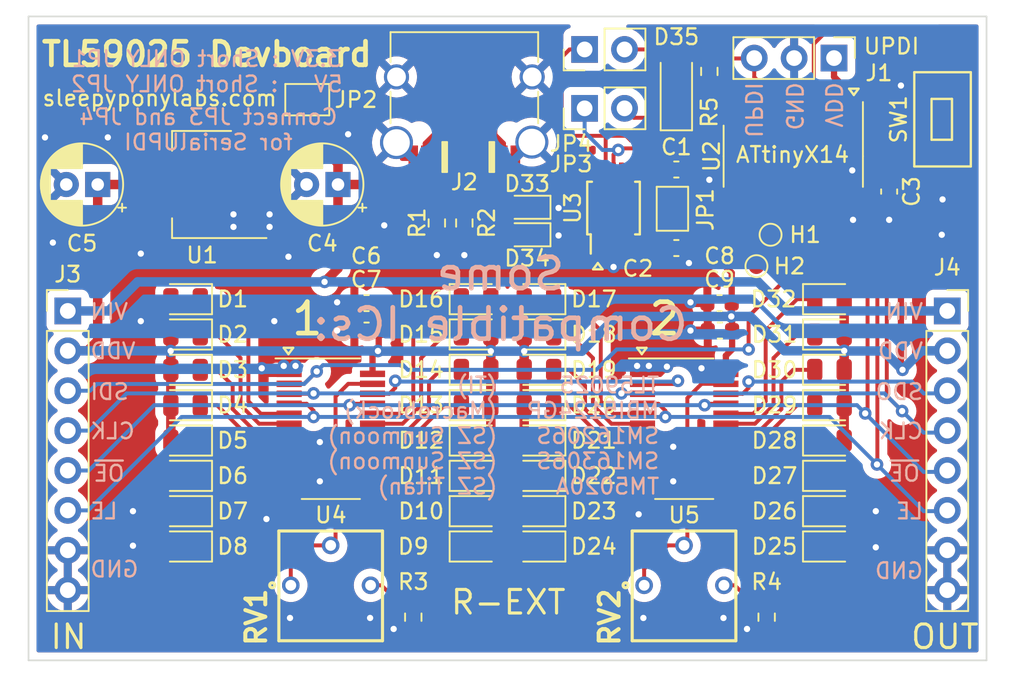
<source format=kicad_pcb>
(kicad_pcb (version 20211014) (generator pcbnew)
  (title_block (title "TL59025 Devboard") (date "2022-09-18") (rev "1") (company "Sleepy Pony Labs") (comment 4 "AISLER Project ID: IMLSHTDQ"))
  (layers (0 "F.Cu" signal) (31 "B.Cu" signal) (34 "B.Paste" user) (35 "F.Paste" user) (36 "B.SilkS" user "B.Silkscreen") (37 "F.SilkS" user "F.Silkscreen") (38 "B.Mask" user) (39 "F.Mask" user) (44 "Edge.Cuts" user))
  (net 0 "")
  (net 1 "VDD")
  (net 2 "GND")
  (net 3 "Net-(C2-Pad1)")
  (net 4 "+5V")
  (net 5 "Net-(D1-Pad1)")
  (net 6 "Net-(D2-Pad1)")
  (net 7 "Net-(D3-Pad1)")
  (net 8 "Net-(D4-Pad1)")
  (net 9 "Net-(D5-Pad1)")
  (net 10 "Net-(D6-Pad1)")
  (net 11 "Net-(D7-Pad1)")
  (net 12 "Net-(D8-Pad1)")
  (net 13 "Net-(D9-Pad1)")
  (net 14 "Net-(D10-Pad1)")
  (net 15 "Net-(D11-Pad1)")
  (net 16 "Net-(D12-Pad1)")
  (net 17 "Net-(D13-Pad1)")
  (net 18 "Net-(D14-Pad1)")
  (net 19 "Net-(D15-Pad1)")
  (net 20 "Net-(D16-Pad1)")
  (net 21 "Net-(D17-Pad1)")
  (net 22 "Net-(D18-Pad1)")
  (net 23 "Net-(D19-Pad1)")
  (net 24 "Net-(D20-Pad1)")
  (net 25 "Net-(D21-Pad1)")
  (net 26 "Net-(D22-Pad1)")
  (net 27 "Net-(D23-Pad1)")
  (net 28 "Net-(D24-Pad1)")
  (net 29 "Net-(D25-Pad1)")
  (net 30 "Net-(D26-Pad1)")
  (net 31 "Net-(D27-Pad1)")
  (net 32 "Net-(D28-Pad1)")
  (net 33 "Net-(D29-Pad1)")
  (net 34 "Net-(D30-Pad1)")
  (net 35 "Net-(D31-Pad1)")
  (net 36 "Net-(D32-Pad1)")
  (net 37 "Net-(D33-Pad2)")
  (net 38 "Net-(J2-PadA5)")
  (net 39 "Net-(D34-Pad2)")
  (net 40 "Net-(D35-Pad1)")
  (net 41 "Net-(J2-PadB5)")
  (net 42 "Net-(R4-Pad1)")
  (net 43 "LE")
  (net 44 "~{OE}")
  (net 45 "RXD")
  (net 46 "TXD")
  (net 47 "SDI")
  (net 49 "CLK")
  (net 53 "Net-(U4-Pad22)")
  (net 54 "UPDI")
  (net 55 "Net-(R3-Pad1)")
  (net 57 "SDO")
  (net 58 "Net-(H1-Pad1)")
  (net 59 "Net-(H2-Pad1)")
  (net 60 "Net-(SW1-Pad1)")
  (net 61 "Net-(RV1-Pad1)")
  (net 62 "Net-(RV2-Pad1)")
  (net 63 "Net-(D35-Pad2)")
  (footprint "Jumper:SolderJumper-2_P1.3mm_Open_Pad1.0x1.5mm" (layer "F.Cu") (at 95.75 92.245 90)
    (fp_text reference "JP1")
    (fp_text value "Jumper")
  )
  (footprint "TS-1101:TS-1101" (layer "F.Cu") (at 112.95 86.55 -90)
    (fp_text reference "SW1")
    (fp_text value "SW_Push")
  )
  (footprint "Capacitor_SMD:C_0603_1608Metric" (layer "F.Cu") (at 96 89.745)
    (fp_text reference "C1")
    (fp_text value "100nF")
  )
  (footprint "LED_SMD:LED_0805_2012Metric" (layer "F.Cu") (at 64.75 100.25 180)
    (fp_text reference "D2")
    (fp_text value "LED")
  )
  (footprint "LED_SMD:LED_0805_2012Metric" (layer "F.Cu") (at 64.75 104.75 180)
    (fp_text reference "D4")
    (fp_text value "LED")
  )
  (footprint "LED_SMD:LED_0805_2012Metric" (layer "F.Cu") (at 83.25 100.25)
    (fp_text reference "D15")
    (fp_text value "LED")
  )
  (footprint "LED_SMD:LED_0805_2012Metric" (layer "F.Cu") (at 83.25 107)
    (fp_text reference "D12")
    (fp_text value "LED")
  )
  (footprint "Package_SO:QSOP-24_3.9x8.7mm_P0.635mm" (layer "F.Cu") (at 96.5 106.25)
    (fp_text reference "U5")
    (fp_text value "TL59025")
  )
  (footprint "TestPoint:TestPoint_Pad_D1.0mm" (layer "F.Cu") (at 102 93.9)
    (fp_text reference "H1")
    (fp_text value "Pad")
  )
  (footprint "3362P:3362P_1" (layer "F.Cu") (at 96.4895 119.75)
    (fp_text reference "RV2")
    (fp_text value "10K" hide)
  )
  (footprint "Connector_PinHeader_2.54mm:PinHeader_1x02_P2.54mm_Vertical" (layer "F.Cu") (at 90.16 82.1 90)
    (fp_text reference "JP4")
    (fp_text value "RX")
  )
  (footprint "LED_SMD:LED_0805_2012Metric" (layer "F.Cu") (at 64.75 107 180)
    (fp_text reference "D5")
    (fp_text value "LED")
  )
  (footprint "Connector_PinHeader_2.54mm:PinHeader_1x03_P2.54mm_Vertical" (layer "F.Cu") (at 106.04 82.65 -90)
    (fp_text reference "J1")
    (fp_text value "UPDI")
  )
  (footprint "LED_SMD:LED_0805_2012Metric" (layer "F.Cu") (at 87.25 102.5 180)
    (fp_text reference "D19")
    (fp_text value "LED")
  )
  (footprint "Resistor_SMD:R_0603_1608Metric" (layer "F.Cu") (at 79.25 118.25 -90)
    (fp_text reference "R3")
    (fp_text value "1K")
  )
  (footprint "Connector_PinHeader_2.54mm:PinHeader_1x08_P2.54mm_Vertical" (layer "F.Cu") (at 57.25 98.75)
    (fp_text reference "J3")
    (fp_text value "Cascade In")
  )
  (footprint "TL59025_devboard:USB_C_Receptacle_HRO_TYPE-C-31-M-12_NO_SBU_CircularHoles" (layer "F.Cu") (at 82.5 84.9 180)
    (fp_text reference "J2")
    (fp_text value "USB_C_Receptacle_USB2.0")
  )
  (footprint "LED_SMD:LED_0805_2012Metric" (layer "F.Cu") (at 87.25 98 180)
    (fp_text reference "D17")
    (fp_text value "LED")
  )
  (footprint "LED_SMD:LED_0805_2012Metric" (layer "F.Cu") (at 105.75 102.5)
    (fp_text reference "D30")
    (fp_text value "LED")
  )
  (footprint "Package_SO:QSOP-24_3.9x8.7mm_P0.635mm" (layer "F.Cu") (at 74 106.25)
    (fp_text reference "U4")
    (fp_text value "TL59025")
  )
  (footprint "Package_TO_SOT_SMD:SOT-223-3_TabPin2" (layer "F.Cu") (at 65.8 90.7 180)
    (fp_text reference "U1")
    (fp_text value "AMS1117-3.3")
  )
  (footprint "LED_SMD:LED_0805_2012Metric" (layer "F.Cu") (at 64.75 102.5 180)
    (fp_text reference "D3")
    (fp_text value "LED")
  )
  (footprint "TestPoint:TestPoint_Pad_D1.0mm" (layer "F.Cu") (at 101.1 95.9)
    (fp_text reference "H2")
    (fp_text value "Pad")
  )
  (footprint "LED_SMD:LED_0805_2012Metric" (layer "F.Cu") (at 105.75 109.25)
    (fp_text reference "D27")
    (fp_text value "LED")
  )
  (footprint "LED_SMD:LED_0805_2012Metric" (layer "F.Cu") (at 87.25 113.75 180)
    (fp_text reference "D24")
    (fp_text value "LED")
  )
  (footprint "Capacitor_SMD:C_0603_1608Metric" (layer "F.Cu") (at 76.275 98.25 180)
    (fp_text reference "C6")
    (fp_text value "1uF")
  )
  (footprint "Diode_SMD:D_0603_1608Metric" (layer "F.Cu") (at 86.5 93.9 180)
    (fp_text reference "D34")
    (fp_text value "0603ESDA-05N")
  )
  (footprint "LED_SMD:LED_0805_2012Metric" (layer "F.Cu") (at 64.75 113.75 180)
    (fp_text reference "D8")
    (fp_text value "LED")
  )
  (footprint "Package_SO:SOIC-14_3.9x8.7mm_P1.27mm" (layer "F.Cu") (at 103.445 88.9 -90)
    (fp_text reference "U2")
    (fp_text value "ATtiny414-SS")
  )
  (footprint "LED_SMD:LED_0805_2012Metric" (layer "F.Cu") (at 87.25 111.5 180)
    (fp_text reference "D23")
    (fp_text value "LED")
  )
  (footprint "Jumper:SolderJumper-2_P1.3mm_Open_Pad1.0x1.5mm" (layer "F.Cu") (at 72.5 85.3 180)
    (fp_text reference "JP2")
    (fp_text value "Jumper")
  )
  (footprint "LED_SMD:LED_0805_2012Metric" (layer "F.Cu") (at 105.75 100.25)
    (fp_text reference "D31")
    (fp_text value "LED")
  )
  (footprint "Capacitor_SMD:C_0603_1608Metric" (layer "F.Cu") (at 76.275 100 180)
    (fp_text reference "C7")
    (fp_text value "100nF")
  )
  (footprint "LED_SMD:LED_0805_2012Metric" (layer "F.Cu") (at 64.75 109.25 180)
    (fp_text reference "D6")
    (fp_text value "LED")
  )
  (footprint "LED_SMD:LED_0805_2012Metric" (layer "F.Cu") (at 87.25 104.75 180)
    (fp_text reference "D20")
    (fp_text value "LED")
  )
  (footprint "LED_SMD:LED_0805_2012Metric" (layer "F.Cu") (at 105.75 98)
    (fp_text reference "D32")
    (fp_text value "LED")
  )
  (footprint "LED_SMD:LED_0805_2012Metric" (layer "F.Cu") (at 83.25 113.75)
    (fp_text reference "D9")
    (fp_text value "LED")
  )
  (footprint "LED_SMD:LED_0805_2012Metric" (layer "F.Cu") (at 105.75 113.75)
    (fp_text reference "D25")
    (fp_text value "LED")
  )
  (footprint "Resistor_SMD:R_0603_1608Metric" (layer "F.Cu") (at 80.75 93.15 -90)
    (fp_text reference "R1")
    (fp_text value "5K1")
  )
  (footprint "LED_SMD:LED_0805_2012Metric" (layer "F.Cu") (at 83.25 102.5)
    (fp_text reference "D14")
    (fp_text value "LED")
  )
  (footprint "LED_SMD:LED_0805_2012Metric" (layer "F.Cu") (at 83.25 109.25)
    (fp_text reference "D11")
    (fp_text value "LED")
  )
  (footprint "LED_SMD:LED_0805_2012Metric" (layer "F.Cu") (at 105.75 104.75)
    (fp_text reference "D29")
    (fp_text value "LED")
  )
  (footprint "3362P:3362P_1" (layer "F.Cu") (at 73.9895 119.75)
    (fp_text reference "RV1")
    (fp_text value "10K" hide)
  )
  (footprint "LED_SMD:LED_0805_2012Metric" (layer "F.Cu") (at 87.25 100.25 180)
    (fp_text reference "D18")
    (fp_text value "LED")
  )
  (footprint "Diode_SMD:D_MiniMELF" (layer "F.Cu") (at 96 84.7 90)
    (fp_text reference "D35")
    (fp_text value "LL4148")
  )
  (footprint "LED_SMD:LED_0805_2012Metric" (layer "F.Cu") (at 105.75 111.5)
    (fp_text reference "D26")
    (fp_text value "LED")
  )
  (footprint "Resistor_SMD:R_0603_1608Metric" (layer "F.Cu") (at 82.5 93.15 -90)
    (fp_text reference "R2")
    (fp_text value "5K1")
  )
  (footprint "Diode_SMD:D_0603_1608Metric" (layer "F.Cu") (at 86.5 92.15 180)
    (fp_text reference "D33")
    (fp_text value "0603ESDA-05N")
  )
  (footprint "Capacitor_SMD:C_0603_1608Metric" (layer "F.Cu") (at 109.55 91.15 -90)
    (fp_text reference "C3")
    (fp_text value "100nF")
  )
  (footprint "Connector_PinSocket_2.54mm:PinSocket_1x08_P2.54mm_Vertical" (layer "F.Cu") (at 113.25 98.75)
    (fp_text reference "J4")
    (fp_text value "Cascade Out")
  )
  (footprint "LED_SMD:LED_0805_2012Metric" (layer "F.Cu") (at 87.25 109.25 180)
    (fp_text reference "D22")
    (fp_text value "LED")
  )
  (footprint "Resistor_SMD:R_0603_1608Metric" (layer "F.Cu") (at 101.75 118.25 -90)
    (fp_text reference "R4")
    (fp_text value "1K")
  )
  (footprint "LED_SMD:LED_0805_2012Metric" (layer "F.Cu") (at 83.25 104.75)
    (fp_text reference "D13")
    (fp_text value "LED")
  )
  (footprint "LED_SMD:LED_0805_2012Metric" (layer "F.Cu") (at 64.75 111.5 180)
    (fp_text reference "D7")
    (fp_text value "LED")
  )
  (footprint "Capacitor_SMD:C_0603_1608Metric" (layer "F.Cu") (at 96 94.745)
    (fp_text reference "C2")
    (fp_text value "100nF")
  )
  (footprint "Resistor_SMD:R_0603_1608Metric" (layer "F.Cu") (at 98.1 83.5 90)
    (fp_text reference "R5")
    (fp_text value "470R")
  )
  (footprint "LED_SMD:LED_0805_2012Metric" (layer "F.Cu") (at 64.75 98 180)
    (fp_text reference "D1")
    (fp_text value "LED")
  )
  (footprint "Capacitor_THT:CP_Radial_D5.0mm_P2.00mm" (layer "F.Cu") (at 59.155112 90.7 180)
    (fp_text reference "C5")
    (fp_text value "10uF")
  )
  (footprint "LED_SMD:LED_0805_2012Metric" (layer "F.Cu") (at 83.25 98)
    (fp_text reference "D16")
    (fp_text value "LED")
  )
  (footprint "LED_SMD:LED_0805_2012Metric" (layer "F.Cu") (at 105.75 107)
    (fp_text reference "D28")
    (fp_text value "LED")
  )
  (footprint "Capacitor_SMD:C_0603_1608Metric" (layer "F.Cu") (at 98.775 100 180)
    (fp_text reference "C9")
    (fp_text value "100nF")
  )
  (footprint "Capacitor_THT:CP_Radial_D5.0mm_P2.00mm" (layer "F.Cu") (at 74.455113 90.7 180)
    (fp_text reference "C4")
    (fp_text value "10uF")
  )
  (footprint "Package_SO:MSOP-10_3x3mm_P0.5mm" (layer "F.Cu") (at 92 92.2 90)
    (fp_text reference "U3")
    (fp_text value "CH340E")
  )
  (footprint "LED_SMD:LED_0805_2012Metric" (layer "F.Cu") (at 83.25 111.5)
    (fp_text reference "D10")
    (fp_text value "LED")
  )
  (footprint "LED_SMD:LED_0805_2012Metric" (layer "F.Cu") (at 87.25 107 180)
    (fp_text reference "D21")
    (fp_text value "LED")
  )
  (footprint "Capacitor_SMD:C_0603_1608Metric" (layer "F.Cu") (at 98.75 98.25 180)
    (fp_text reference "C8")
    (fp_text value "1uF")
  )
  (footprint "Connector_PinHeader_2.54mm:PinHeader_1x02_P2.54mm_Vertical" (layer "F.Cu") (at 90.16 85.85 90)
    (fp_text reference "JP3")
    (fp_text value "TX")
  )
  (gr_line (start 93.5 101.1) (end 93.8 101.5) (layer "F.SilkS") (width 0.15))
  (gr_line (start 94.1 101.1) (end 93.5 101.1) (layer "F.SilkS") (width 0.15))
  (gr_line (start 107.6 84.6) (end 107 84.6) (layer "F.SilkS") (width 0.15))
  (gr_line (start 91.3 96.1) (end 91 95.7) (layer "F.SilkS") (width 0.15))
  (gr_line (start 71.6 101.1) (end 71 101.1) (layer "F.SilkS") (width 0.15))
  (gr_line (start 71.3 101.5) (end 71.6 101.1) (layer "F.SilkS") (width 0.15))
  (gr_line (start 71 101.1) (end 71.3 101.5) (layer "F.SilkS") (width 0.15))
  (gr_line (start 90.7 96.1) (end 91.3 96.1) (layer "F.SilkS") (width 0.15))
  (gr_line (start 93.8 101.5) (end 94.1 101.1) (layer "F.SilkS") (width 0.15))
  (gr_line (start 91 95.7) (end 90.7 96.1) (layer "F.SilkS") (width 0.15))
  (gr_line (start 107.3 85) (end 107.6 84.6) (layer "F.SilkS") (width 0.15))
  (gr_line (start 107 84.6) (end 107.3 85) (layer "F.SilkS") (width 0.15))
  (gr_line (start 115.75 121) (end 115.75 80) (layer "Edge.Cuts") (width 0.1))
  (gr_line (start 115.75 80) (end 54.75 80) (layer "Edge.Cuts") (width 0.1))
  (gr_line (start 54.75 80) (end 54.75 121) (layer "Edge.Cuts") (width 0.1))
  (gr_line (start 54.75 121) (end 115.75 121) (layer "Edge.Cuts") (width 0.1))
  (gr_text "VDD" (at 111.8 101.3) (layer "B.SilkS") (effects (font (size 1 1)) (justify left mirror)))
  (gr_text "3.3V : Short ONLY JP1\n5V   : Short ONLY JP2" (at 66.1 83.5) (layer "B.SilkS") (effects (font (size 1 1)) (justify mirror)))
  (gr_text "GND" (at 103.5 84.1 270) (layer "B.SilkS") (effects (font (size 1 1)) (justify right mirror)))
  (gr_text "~{OE}" (at 58.8 109.1) (layer "B.SilkS") (effects (font (size 1 1)) (justify right mirror)))
  (gr_text "VIN" (at 111.8 98.8) (layer "B.SilkS") (effects (font (size 1 1)) (justify left mirror)))
  (gr_text "LE" (at 111.8 111.5) (layer "B.SilkS") (effects (font (size 1 1)) (justify left mirror)))
  (gr_text "LE" (at 58.6 111.5) (layer "B.SilkS") (effects (font (size 1 1)) (justify right mirror)))
  (gr_text "VIN" (at 58.6 98.8) (layer "B.SilkS") (effects (font (size 1 1)) (justify right mirror)))
  (gr_text "TL59025\nMBI5124GP\nSM16206S\nSM16306S\nTM5020A" (at 95 106.7) (layer "B.SilkS") (effects (font (size 1 1)) (justify left mirror)))
  (gr_text "GND" (at 111.8 115.3) (layer "B.SilkS") (effects (font (size 1 1)) (justify left mirror)))
  (gr_text "CLK" (at 58.6 106.4) (layer "B.SilkS") (effects (font (size 1 1)) (justify right mirror)))
  (gr_text "SDO" (at 111.8 103.9) (layer "B.SilkS") (effects (font (size 1 1)) (justify left mirror)))
  (gr_text "VDD" (at 106 84.1 270) (layer "B.SilkS") (effects (font (size 1 1)) (justify right mirror)))
  (gr_text "Some\nCompatible ICs:" (at 84.8 98) (layer "B.SilkS") (effects (font (size 2 2) (thickness 0.3)) (justify mirror)))
  (gr_text "(TI)\n(Macroblock)\n(SZ Sunmoon)\n(SZ Sunmoon)\n(SZ Titan)" (at 84.7 106.7) (layer "B.SilkS") (effects (font (size 1 1)) (justify left mirror)))
  (gr_text "SDI" (at 58.6 103.9) (layer "B.SilkS") (effects (font (size 1 1)) (justify right mirror)))
  (gr_text "UPDI" (at 100.9 84.1 270) (layer "B.SilkS") (effects (font (size 1 1)) (justify right mirror)))
  (gr_text "~{OE}" (at 111.6 109.1) (layer "B.SilkS") (effects (font (size 1 1)) (justify left mirror)))
  (gr_text "Connect JP3 and JP4\nfor SerialUPDI" (at 66.2 87.2) (layer "B.SilkS") (effects (font (size 1 1)) (justify mirror)))
  (gr_text "GND" (at 58.6 115.2) (layer "B.SilkS") (effects (font (size 1 1)) (justify right mirror)))
  (gr_text "CLK" (at 111.8 106.4) (layer "B.SilkS") (effects (font (size 1 1)) (justify left mirror)))
  (gr_text "VDD" (at 58.6 101.3) (layer "B.SilkS") (effects (font (size 1 1)) (justify right mirror)))
  (gr_text "UPDI" (at 109.7 81.9) (layer "F.SilkS") (effects (font (size 1 1))))
  (gr_text "1" (at 72.5 99.25) (layer "F.SilkS") (effects (font (size 2 2) (thickness 0.3))))
  (gr_text "2" (at 95.25 99.25) (layer "F.SilkS") (effects (font (size 2 2) (thickness 0.3))))
  (gr_text "ATtinyX14" (at 103.4 88.8) (layer "F.SilkS") (effects (font (size 1 1))))
  (gr_text "sleepyponylabs.com" (at 63.1 85.2) (layer "F.SilkS") (effects (font (size 1 1))))
  (gr_text "OUT" (at 113.1 119.5) (layer "F.SilkS") (effects (font (size 1.5 1.5) (thickness 0.2))))
  (gr_text "TL59025 Devboard" (at 66.1 82.4) (layer "F.SilkS") (effects (font (size 1.5 1.5) (thickness 0.3))))
  (gr_text "IN" (at 57.3 119.5) (layer "F.SilkS") (effects (font (size 1.5 1.5) (thickness 0.2))))
  (gr_text "R-EXT" (at 85.3 117.3) (layer "F.SilkS") (effects (font (size 1.5 1.5) (thickness 0.2))))
  (segment (start 63.8125 113.75) (end 63.8125 111.5) (width 0.6) (layer "F.Cu") (net 1))
  (segment (start 84.1875 107) (end 84.1875 104.75) (width 0.6) (layer "F.Cu") (net 1))
  (segment (start 108.4 90.7) (end 108.725 90.375) (width 0.4) (layer "F.Cu") (net 1))
  (segment (start 95.75 90.745) (end 95.75 91.595) (width 0.25) (layer "F.Cu") (net 1))
  (segment (start 99.525 99.075) (end 99.525 98.25) (width 0.4) (layer "F.Cu") (net 1))
  (segment (start 84.1875 100.25) (end 84.1875 98) (width 0.6) (layer "F.Cu") (net 1))
  (segment (start 99.525 98.25) (end 99.525 96.325) (width 0.4) (layer "F.Cu") (net 1))
  (segment (start 99.1543 101.5957) (end 99.55 101.2) (width 0.4) (layer "F.Cu") (net 1))
  (segment (start 110.3 95.5) (end 108.4 93.6) (width 0.4) (layer "F.Cu") (net 1))
  (segment (start 63.8125 100.25) (end 63.8125 98) (width 0.6) (layer "F.Cu") (net 1))
  (segment (start 63.8125 111.5) (end 63.8125 109.25) (width 0.6) (layer "F.Cu") (net 1))
  (segment (start 86.3125 100.25) (end 86.3125 98) (width 0.6) (layer "F.Cu") (net 1))
  (segment (start 106.6875 100.25) (end 106.6875 98) (width 0.6) (layer "F.Cu") (net 1))
  (segment (start 108.325 86.425) (end 109.55 87.65) (width 0.4) (layer "F.Cu") (net 1))
  (segment (start 106.6875 109.25) (end 106.6875 107) (width 0.6) (layer "F.Cu") (net 1))
  (segment (start 106.6875 102.5) (end 106.6875 101.2875) (width 0.6) (layer "F.Cu") (net 1))
  (segment (start 84.1875 101.3125) (end 84.1875 100.25) (width 0.6) (layer "F.Cu") (net 1))
  (segment (start 84.1875 111.5) (end 84.1875 109.25) (width 0.6) (layer "F.Cu") (net 1))
  (segment (start 99.5 99.1) (end 99.525 99.075) (width 0.4) (layer "F.Cu") (net 1))
  (segment (start 62.65 90.7) (end 59.155112 90.7) (width 0.6) (layer "F.Cu") (net 1))
  (segment (start 110.3 102.4) (end 110.3 95.5) (width 0.4) (layer "F.Cu") (net 1))
  (segment (start 99.55 100) (end 99.55 99.15) (width 0.4) (layer "F.Cu") (net 1))
  (segment (start 68.7 85.3) (end 71.85 85.3) (width 0.6) (layer "F.Cu") (net 1))
  (segment (start 98.2 92.4) (end 97.395 91.595) (width 0.4) (layer "F.Cu") (net 1))
  (segment (start 86.3125 102.5) (end 86.3125 101.3125) (width 0.6) (layer "F.Cu") (net 1))
  (segment (start 77.05 101.2) (end 77.05 100) (width 0.4) (layer "F.Cu") (net 1))
  (segment (start 86.3125 113.75) (end 86.3125 111.5) (width 0.6) (layer "F.Cu") (net 1))
  (segment (start 84.1875 102.5) (end 84.1875 101.3125) (width 0.6) (layer "F.Cu") (net 1))
  (segment (start 59.155112 90.7) (end 59.155112 100.644888) (width 0.6) (layer "F.Cu") (net 1))
  (segment (start 106.6875 101.2875) (end 106.6875 100.25) (width 0.6) (layer "F.Cu") (net 1))
  (segment (start 106.6875 107) (end 106.6875 104.75) (width 0.6) (layer "F.Cu") (net 1))
  (segment (start 95.225 89.745) (end 95.225 90.22) (width 0.25) (layer "F.Cu") (net 1))
  (segment (start 66.9 87.1) (end 68.7 85.3) (width 0.6) (layer "F.Cu") (net 1))
  (segment (start 59.155112 100.644888) (end 58.51 101.29) (width 0.6) (layer "F.Cu") (net 1))
  (segment (start 86.3125 107) (end 86.3125 104.75) (width 0.6) (layer "F.Cu") (net 1))
  (segment (start 106.04 83.84) (end 106.04 82.65) (width 0.4) (layer "F.Cu") (net 1))
  (segment (start 107.255 86.425) (end 107.255 85.055) (width 0.4) (layer "F.Cu") (net 1))
  (segment (start 108.4 93.6) (end 108.4 90.7) (width 0.4) (layer "F.Cu") (net 1))
  (segment (start 106.6875 104.75) (end 106.6875 102.5) (width 0.6) (layer "F.Cu") (net 1))
  (segment (start 66.9 90.7) (end 66.9 87.1) (width 0.6) (layer "F.Cu") (net 1))
  (segment (start 92.85 91.595) (end 92.5 91.245) (width 0.25) (layer "F.Cu") (net 1))
  (segment (start 110.4 102.5) (end 110.3 102.4) (width 0.4) (layer "F.Cu") (net 1))
  (segment (start 98.2 95) (end 98.2 92.4) (width 0.4) (layer "F.Cu") (net 1))
  (segment (start 107.255 86.425) (end 108.325 86.425) (width 0.4) (layer "F.Cu") (net 1))
  (segment (start 68.95 90.7) (end 66.9 90.7) (width 0.6) (layer "F.Cu") (net 1))
  (segment (start 99.525 96.325) (end 98.2 95) (width 0.4) (layer "F.Cu") (net 1))
  (segment (start 99.1543 102.7575) (end 99.1543 101.5957) (width 0.4) (layer "F.Cu") (net 1))
  (segment (start 99.55 99.15) (end 99.5 99.1) (width 0.4) (layer "F.Cu") (net 1))
  (segment (start 86.3125 101.3125) (end 86.3125 100.25) (width 0.6) (layer "F.Cu") (net 1))
  (segment (start 97.395 91.595) (end 95.75 91.595) (width 0.4) (layer "F.Cu") (net 1))
  (segment (start 107.255 85.055) (end 106.04 83.84) (width 0.4) (layer "F.Cu") (net 1))
  (segment (start 76.6543 102.7575) (end 76.6543 101.5957) (width 0.4) (layer "F.Cu") (net 1))
  (segment (start 84.1875 109.25) (end 84.1875 107) (width 0.6) (layer "F.Cu") (net 1))
  (segment (start 86.3125 111.5) (end 86.3125 109.25) (width 0.6) (layer "F.Cu") (net 1))
  (segment (start 63.8125 104.75) (end 63.8125 102.5) (width 0.6) (layer "F.Cu") (net 1))
  (segment (start 95.75 91.595) (end 94.205 91.595) (width 0.25) (layer "F.Cu") (net 1))
  (segment (start 109.55 87.65) (end 109.55 90.375) (width 0.4) (layer "F.Cu") (net 1))
  (segment (start 106.6875 111.5) (end 106.6875 109.25) (width 0.6) (layer "F.Cu") (net 1))
  (segment (start 58.51 101.29) (end 57.25 101.29) (width 0.6) (layer "F.Cu") (net 1))
  (segment (start 94.205 91.595) (end 92.85 91.595) (width 0.25) (layer "F.Cu") (net 1))
  (segment (start 95.225 90.22) (end 95.75 90.745) (width 0.25) (layer "F.Cu") (net 1))
  (segment (start 86.3125 104.75) (end 86.3125 102.5) (width 0.6) (layer "F.Cu") (net 1))
  (segment (start 99.55 101.2) (end 99.55 100) (width 0.4) (layer "F.Cu") (net 1))
  (segment (start 106.6875 113.75) (end 106.6875 111.5) (width 0.6) (layer "F.Cu") (net 1))
  (segment (start 92.5 91.245) (end 92.5 90) (width 0.25) (layer "F.Cu") (net 1))
  (segment (start 76.6543 101.5957) (end 77.05 101.2) (width 0.4) (layer "F.Cu") (net 1))
  (segment (start 77.05 98.25) (end 77.05 100) (width 0.4) (layer "F.Cu") (net 1))
  (segment (start 63.8125 107) (end 63.8125 104.75) (width 0.6) (layer "F.Cu") (net 1))
  (segment (start 63.8125 102.5) (end 63.8125 100.25) (width 0.6) (layer "F.Cu") (net 1))
  (segment (start 65.1 90.7) (end 62.65 90.7) (width 0.6) (layer "F.Cu") (net 1))
  (segment (start 84.1875 113.75) (end 84.1875 111.5) (width 0.6) (layer "F.Cu") (net 1))
  (segment (start 63.8125 109.25) (end 63.8125 107) (width 0.6) (layer "F.Cu") (net 1))
  (segment (start 84.1875 104.75) (end 84.1875 102.5) (width 0.6) (layer "F.Cu") (net 1))
  (segment (start 86.3125 109.25) (end 86.3125 107) (width 0.6) (layer "F.Cu") (net 1))
  (segment (start 108.725 90.375) (end 109.55 90.375) (width 0.4) (layer "F.Cu") (net 1))
  (segment (start 66.9 90.7) (end 65.1 90.7) (width 0.6) (layer "F.Cu") (net 1))
  (via (at 63.8 101.3) (size 0.8) (drill 0.4) (layers "F.Cu" "B.Cu") (net 1))
  (via (at 86.3125 101.3125) (size 0.8) (drill 0.4) (layers "F.Cu" "B.Cu") (net 1))
  (via (at 84.1875 101.3125) (size 0.8) (drill 0.4) (layers "F.Cu" "B.Cu") (net 1))
  (via (at 99.5 99.1) (size 0.8) (drill 0.4) (layers "F.Cu" "B.Cu") (net 1))
  (via (at 110.4 102.5) (size 0.8) (drill 0.4) (layers "F.Cu" "B.Cu") (net 1))
  (via (at 77 101.3) (size 0.8) (drill 0.4) (layers "F.Cu" "B.Cu") (net 1))
  (via (at 106.6875 101.2875) (size 0.8) (drill 0.4) (layers "F.Cu" "B.Cu") (net 1))
  (segment (start 77 101.3) (end 63.8 101.3) (width 0.6) (layer "B.Cu") (net 1))
  (segment (start 92.2 99.1) (end 89.9875 101.3125) (width 0.6) (layer "B.Cu") (net 1))
  (segment (start 109.2 101.3) (end 106.7 101.3) (width 0.6) (layer "B.Cu") (net 1))
  (segment (start 89.9875 101.3125) (end 86.3125 101.3125) (width 0.6) (layer "B.Cu") (net 1))
  (segment (start 84.2125 101.3125) (end 84.2 101.3) (width 0.6) (layer "B.Cu") (net 1))
  (segment (start 110.4 102.5) (end 109.2 101.3) (width 0.6) (layer "B.Cu") (net 1))
  (segment (start 99.5 99.1) (end 92.2 99.1) (width 0.6) (layer "B.Cu") (net 1))
  (segment (start 110.4 102.5) (end 111.61 101.29) (width 0.6) (layer "B.Cu") (net 1))
  (segment (start 99.5 99.1) (end 100.7 99.1) (width 0.6) (layer "B.Cu") (net 1))
  (segment (start 102.8875 101.2875) (end 106.6875 101.2875) (width 0.6) (layer "B.Cu") (net 1))
  (segment (start 106.7 101.3) (end 106.6875 101.2875) (width 0.6) (layer "B.Cu") (net 1))
  (segment (start 84.2 101.3) (end 84.1875 101.3125) (width 0.6) (layer "B.Cu") (net 1))
  (segment (start 77.0125 101.3125) (end 77 101.3) (width 0.6) (layer "B.Cu") (net 1))
  (segment (start 63.79 101.29) (end 57.25 101.29) (width 0.6) (layer "B.Cu") (net 1))
  (segment (start 63.8 101.3) (end 63.79 101.29) (width 0.6) (layer "B.Cu") (net 1))
  (segment (start 111.61 101.29) (end 113.25 101.29) (width 0.6) (layer "B.Cu") (net 1))
  (segment (start 100.7 99.1) (end 102.8875 101.2875) (width 0.6) (layer "B.Cu") (net 1))
  (segment (start 86.3125 101.3125) (end 84.2125 101.3125) (width 0.6) (layer "B.Cu") (net 1))
  (segment (start 84.1875 101.3125) (end 77.0125 101.3125) (width 0.6) (layer "B.Cu") (net 1))
  (segment (start 95.4 102.3) (end 94.9425 102.7575) (width 0.4) (layer "F.Cu") (net 2))
  (segment (start 87.2875 93.9) (end 88.455 93.9) (width 0.25) (layer "F.Cu") (net 2))
  (segment (start 94.9425 102.7575) (end 93.8457 102.7575) (width 0.4) (layer "F.Cu") (net 2))
  (segment (start 82.5 93.975) (end 82.5 95.195) (width 0.25) (layer "F.Cu") (net 2))
  (segment (start 69.6 102.4) (end 69.9575 102.7575) (width 0.4) (layer "F.Cu") (net 2))
  (segment (start 80.75 93.975) (end 80.75 95.195) (width 0.25) (layer "F.Cu") (net 2))
  (segment (start 107.2 89.8) (end 107.255 89.855) (width 0.4) (layer "F.Cu") (net 2))
  (segment (start 96.95 98.25) (end 96.9 98.2) (width 0.25) (layer "F.Cu") (net 2))
  (segment (start 92 94.4) (end 92 95.95) (width 0.25) (layer "F.Cu") (net 2))
  (segment (start 78.075 119.075) (end 78 119) (width 0.25) (layer "F.Cu") (net 2))
  (segment (start 96.775 94.745) (end 96.775 95.675) (width 0.25) (layer "F.Cu") (net 2))
  (segment (start 107.255 91.375) (end 107.255 92.945) (width 0.4) (layer "F.Cu") (net 2))
  (segment (start 74.45 98.25) (end 74.4 98.2) (width 0.25) (layer "F.Cu") (net 2))
  (segment (start 109.55 91.925) (end 109.55 92.95) (width 0.4) (layer "F.Cu") (net 2))
  (segment (start 96.775 95.675) (end 96.8 95.7) (width 0.25) (layer "F.Cu") (net 2))
  (segment (start 107.255 89.855) (end 107.255 91.375) (width 0.4) (layer "F.Cu") (net 2))
  (segment (start 97.975 98.25) (end 96.95 98.25) (width 0.25) (layer "F.Cu") (net 2))
  (segment (start 79.25 119.075) (end 78.075 119.075) (width 0.25) (layer "F.Cu") (net 2))
  (segment (start 107.255 92.945) (end 107.25 92.95) (width 0.4) (layer "F.Cu") (net 2))
  (segment (start 112.95 90.25) (end 112.95 91.65) (width 0.4) (layer "F.Cu") (net 2))
  (segment (start 88.455 92.15) (end 88.5 92.195) (width 0.25) (layer "F.Cu") (net 2))
  (segment (start 71.3457 102.7575) (end 71.3457 102.6543) (width 0.4) (layer "F.Cu") (net 2))
  (segment (start 100.575 119.075) (end 100.5 119) (width 0.25) (layer "F.Cu") (net 2))
  (segment (start 71.3457 102.5957) (end 71 102.25) (width 0.4) (layer "F.Cu") (net 2))
  (segment (start 101.75 119.075) (end 100.575 119.075) (width 0.25) (layer "F.Cu") (net 2))
  (segment (start 97.445 89.745) (end 96.775 89.745) (width 0.25) (layer "F.Cu") (net 2))
  (segment (start 98.1 90.4) (end 97.445 89.745) (width 0.25) (layer "F.Cu") (net 2))
  (segment (start 71.3457 102.7575) (end 71.3457 102.5957) (width 0.4) (layer "F.Cu") (net 2))
  (segment (start 93.8457 102.6543) (end 94.25 102.25) (width 0.4) (layer "F.Cu") (net 2))
  (segment (start 69.9575 102.7575) (end 71.3457 102.7575) (width 0.4) (layer "F.Cu") (net 2))
  (segment (start 93.8457 102.7575) (end 93.8457 102.5957) (width 0.4) (layer "F.Cu") (net 2))
  (segment (start 88.455 93.9) (end 88.5 93.945) (width 0.25) (layer "F.Cu") (net 2))
  (segment (start 75.5 98.25) (end 74.45 98.25) (width 0.25) (layer "F.Cu") (net 2))
  (segment (start 93.8457 102.7575) (end 93.8457 102.6543) (width 0.4) (layer "F.Cu") (net 2))
  (segment (start 93.8457 102.5957) (end 93.5 102.25) (width 0.4) (layer "F.Cu") (net 2))
  (segment (start 98 100) (end 96.9 100) (width 0.25) (layer "F.Cu") (net 2))
  (segment (start 87.2875 92.15) (end 88.455 92.15) (width 0.25) (layer "F.Cu") (net 2))
  (segment (start 75.5 100) (end 74.4 100) (width 0.25) (layer "F.Cu") (net 2))
  (segment (start 71.3457 102.6543) (end 71.75 102.25) (width 0.4) (layer "F.Cu") (net 2))
  (via (at 109.55 92.95) (size 0.8) (drill 0.4) (layers "F.Cu" "B.Cu") (net 2))
  (via (at 73.3 107.1) (size 0.8) (drill 0.4) (layers "F.Cu" "B.Cu") (net 2))
  (via (at 71 102.25) (size 0.8) (drill 0.4) (layers "F.Cu" "B.Cu") (net 2))
  (via (at 88.5 93.945) (size 0.8) (drill 0.4) (layers "F.Cu" "B.Cu") (net 2))
  (via (at 112.9 93.9) (size 0.8) (drill 0.4) (layers "F.Cu" "B.Cu") (net 2))
  (via (at 71.75 102.25) (size 0.8) (drill 0.4) (layers "F.Cu" "B.Cu") (net 2))
  (via (at 82.5 95.195) (size 0.8) (drill 0.4) (layers "F.Cu" "B.Cu") (net 2))
  (via (at 67.8 93.4) (size 0.8) (drill 0.4) (layers "F.Cu" "B.Cu") (net 2))
  (via (at 110.3 84.4) (size 0.8) (drill 0.4) (layers "F.Cu" "B.Cu") (net 2))
  (via (at 55.8 87.7) (size 0.8) (drill 0.4) (layers "F.Cu" "B.Cu") (net 2))
  (via (at 96.8 95.7) (size 0.8) (drill 0.4) (layers "F.Cu" "B.Cu") (net 2))
  (via (at 77.4 93.3) (size 0.8) (drill 0.4) (layers "F.Cu" "B.Cu") (net 2))
  (via (at 76.5 118.3) (size 0.8) (drill 0.4) (layers "F.Cu" "B.Cu") (net 2))
  (via (at 80.75 95.195) (size 0.8) (drill 0.4) (layers "F.Cu" "B.Cu") (net 2))
  (via (at 95.8 107.4) (size 0.8) (drill 0.4) (layers "F.Cu" "B.Cu") (net 2))
  (via (at 94.25 102.25) (size 0.8) (drill 0.4) (layers "F.Cu" "B.Cu") (net 2))
  (via (at 95.4 102.3) (size 0.8) (drill 0.4) (layers "F.Cu" "B.Cu") (net 2))
  (via (at 61.4 113.7) (size 0.8) (drill 0.4) (layers "F.Cu" "B.Cu") (net 2))
  (via (at 108.7 113.8) (size 0.8) (drill 0.4) (layers "F.Cu" "B.Cu") (net 2))
  (via (at 70.1 92.6) (size 0.8) (drill 0.4) (layers "F.Cu" "B.Cu") (net 2))
  (via (at 93.9 118.3) (size 0.8) (drill 0.4) (layers "F.Cu" "B.Cu") (net 2))
  (via (at 61.4 111.5) (size 0.8) (drill 0.4) (layers "F.Cu" "B.Cu") (net 2))
  (via (at 67.8 92.6) (size 0.8) (drill 0.4) (layers "F.Cu" "B.Cu") (net 2))
  (via (at 99 118.3) (size 0.8) (drill 0.4) (layers "F.Cu" "B.Cu") (net 2))
  (via (at 95.8 109.6) (size 0.8) (drill 0.4) (layers "F.Cu" "B.Cu") (net 2))
  (via (at 71.3 95.3) (size 0.8) (drill 0.4) (layers "F.Cu" "B.Cu") (net 2))
  (via (at 92 95.95) (size 0.8) (drill 0.4) (layers "F.Cu" "B.Cu") (net 2))
  (via (at 107.2 89.8) (size 0.8) (drill 0.4) (layers "F.Cu" "B.Cu") (net 2))
  (via (at 98.1 90.4) (size 0.8) (drill 0.4) (layers "F.Cu" "B.Cu") (net 2))
  (via (at 93.6 111.7) (size 0.8) (drill 0.4) (layers "F.Cu" "B.Cu") (net 2))
  (via (at 78 119) (size 0.8) (drill 0.4) (layers "F.Cu" "B.Cu") (net 2))
  (via (at 69.6 102.4) (size 0.8) (drill 0.4) (layers "F.Cu" "B.Cu") (net 2))
  (via (at 69.9 112) (size 0.8) (drill 0.4) (layers "F.Cu" "B.Cu") (net 2))
  (via (at 93.5 102.25) (size 0.8) (drill 0.4) (layers "F.Cu" "B.Cu") (net 2))
  (via (at 73.3 109.6) (size 0.8) (drill 0.4) (layers "F.Cu" "B.Cu") (net 2))
  (via (at 59.8 87.7) (size 0.8) (drill 0.4) (layers "F.Cu" "B.Cu") (net 2))
  (via (at 71.4 118.3) (size 0.8) (drill 0.4) (layers "F.Cu" "B.Cu") (net 2))
  (via (at 70.4 99.4) (size 0.8) (drill 0.4) (layers "F.Cu" "B.Cu") (net 2))
  (via (at 96.9 98.2) (size 0.8) (drill 0.4) (layers "F.Cu" "B.Cu") (net 2))
  (via (at 88.5 92.195) (size 0.8) (drill 0.4) (layers "F.Cu" "B.Cu") (net 2))
  (via (at 74.4 98.2) (size 0.8) (drill 0.4) (layers "F.Cu" "B.Cu") (net 2))
  (via (at 70.1 93.4) (size 0.8) (drill 0.4) (layers "F.Cu" "B.Cu") (net 2))
  (via (at 107.25 92.95) (size 0.8) (drill 0.4) (layers "F.Cu" "B.Cu") (net 2))
  (via (at 96.9 100) (size 0.8) (drill 0.4) (layers "F.Cu" "B.Cu") (net 2))
  (via (at 56.3 94.4) (size 0.8) (drill 0.4) (layers "F.Cu" "B.Cu") (net 2))
  (via (at 74.4 100) (size 0.8) (drill 0.4) (layers "F.Cu" "B.Cu") (net 2))
  (via (at 75.1 87.5) (size 0.8) (drill 0.4) (layers "F.Cu" "B.Cu") (net 2))
  (via (at 108.7 111.5) (size 0.8) (drill 0.4) (layers "F.Cu" "B.Cu") (net 2))
  (via (at 112.95 91.65) (size 0.8) (drill 0.4) (layers "F.Cu" "B.Cu") (net 2))
  (via (at 61.9 99.4) (size 0.8) (drill 0.4) (layers "F.Cu" "B.Cu") (net 2))
  (via (at 97.6 102.4) (size 0.8) (drill 0.4) (layers "F.Cu" "B.Cu") (net 2))
  (via (at 100.5 119) (size 0.8) (drill 0.4) (layers "F.Cu" "B.Cu") (net 2))
  (via (at 61.9 95.1) (size 0.8) (drill 0.4) (layers "F.Cu" "B.Cu") (net 2))
  (segment (start 95.75 92.895) (end 95.75 93.495) (width 0.25) (layer "F.Cu") (net 3))
  (segment (start 95.75 93.495) (end 95.225 94.02) (width 0.25) (layer "F.Cu") (net 3))
  (segment (start 91 90) (end 91 91.995) (width 0.25) (layer "F.Cu") (net 3))
  (segment (start 91 91.995) (end 91.9 92.895) (width 0.25) (layer "F.Cu") (net 3))
  (segment (start 95.225 94.02) (end 95.225 94.745) (width 0.25) (layer "F.Cu") (net 3))
  (segment (start 91.9 92.895) (end 95.75 92.895) (width 0.25) (layer "F.Cu") (net 3))
  (segment (start 74.455113 96.044887) (end 73.6 96.9) (width 0.6) (layer "F.Cu") (net 4))
  (segment (start 73.5 88.4) (end 74.455113 89.355113) (width 0.6) (layer "F.Cu") (net 4))
  (segment (start 74.455113 90.7) (end 79.4 90.7) (width 0.6) (layer "F.Cu") (net 4))
  (segment (start 73.3 88.2) (end 73.5 88.4) (width 0.6) (layer "F.Cu") (net 4))
  (segment (start 73.15 88.05) (end 73.5 88.4) (width 0.6) (layer "F.Cu") (net 4))
  (segment (start 81.6 86.55) (end 80.05 88.1) (width 0.4) (layer "F.Cu") (net 4))
  (segment (start 80.05 90.05) (end 80.05 88.945) (width 0.6) (layer "F.Cu") (net 4))
  (segment (start 84.4 87.55) (end 84.4 87.15) (width 0.4) (layer "F.Cu") (net 4))
  (segment (start 80.05 88.1) (end 80.05 88.945) (width 0.4) (layer "F.Cu") (net 4))
  (segment (start 83.8 86.55) (end 81.6 86.55) (width 0.4) (layer "F.Cu") (net 4))
  (segment (start 69.15 88.2) (end 73.3 88.2) (width 0.6) (layer "F.Cu") (net 4))
  (segment (start 73.15 85.3) (end 73.15 88.05) (width 0.6) (layer "F.Cu") (net 4))
  (segment (start 79.4 90.7) (end 80.05 90.05) (width 0.6) (layer "F.Cu") (net 4))
  (segment (start 68.95 88.4) (end 69.15 88.2) (width 0.6) (layer "F.Cu") (net 4))
  (segment (start 74.455113 90.7) (end 74.455113 96.044887) (width 0.6) (layer "F.Cu") (net 4))
  (segment (start 74.455113 89.355113) (end 74.455113 90.7) (width 0.6) (layer "F.Cu") (net 4))
  (segment (start 84.95 88.945) (end 84.95 88.1) (width 0.4) (layer "F.Cu") (net 4))
  (segment (start 84.95 88.1) (end 84.4 87.55) (width 0.4) (layer "F.Cu") (net 4))
  (segment (start 84.4 87.15) (end 83.8 86.55) (width 0.4) (layer "F.Cu") (net 4))
  (via (at 73.6 96.9) (size 0.8) (drill 0.4) (layers "F.Cu" "B.Cu") (net 4))
  (segment (start 101.2 96.9) (end 61.7 96.9) (width 0.6) (layer "B.Cu") (net 4))
  (segment (start 61.7 96.9) (end 59.85 98.75) (width 0.6) (layer "B.Cu") (net 4))
  (segment (start 113.25 98.75) (end 103.05 98.75) (width 0.6) (layer "B.Cu") (net 4))
  (segment (start 59.85 98.75) (end 57.25 98.75) (width 0.6) (layer "B.Cu") (net 4))
  (segment (start 103.05 98.75) (end 101.2 96.9) (width 0.6) (layer "B.Cu") (net 4))
  (segment (start 66.75 98) (end 65.6875 98) (width 0.25) (layer "F.Cu") (net 5))
  (segment (start 69.5475 105.2975) (end 68.75 104.5) (width 0.25) (layer "F.Cu") (net 5))
  (segment (start 68.75 104.5) (end 68.75 100) (width 0.25) (layer "F.Cu") (net 5))
  (segment (start 68.75 100) (end 66.75 98) (width 0.25) (layer "F.Cu") (net 5))
  (segment (start 71.3457 105.2975) (end 69.5475 105.2975) (width 0.25) (layer "F.Cu") (net 5))
  (segment (start 68.25 101.75) (end 66.75 100.25) (width 0.25) (layer "F.Cu") (net 6))
  (segment (start 68.25 104.75) (end 68.25 101.75) (width 0.25) (layer "F.Cu") (net 6))
  (segment (start 69.4325 105.9325) (end 68.25 104.75) (width 0.25) (layer "F.Cu") (net 6))
  (segment (start 71.3457 105.9325) (end 69.4325 105.9325) (width 0.25) (layer "F.Cu") (net 6))
  (segment (start 66.75 100.25) (end 65.6875 100.25) (width 0.25) (layer "F.Cu") (net 6))
  (segment (start 66.75 102.5) (end 65.6875 102.5) (width 0.25) (layer "F.Cu") (net 7))
  (segment (start 71.3457 106.5675) (end 69.3175 106.5675) (width 0.25) (layer "F.Cu") (net 7))
  (segment (start 67.75 103.5) (end 66.75 102.5) (width 0.25) (layer "F.Cu") (net 7))
  (segment (start 67.75 105) (end 67.75 103.5) (width 0.25) (layer "F.Cu") (net 7))
  (segment (start 69.3175 106.5675) (end 67.75 105) (width 0.25) (layer "F.Cu") (net 7))
  (segment (start 69.2025 107.2025) (end 66.75 104.75) (width 0.25) (layer "F.Cu") (net 8))
  (segment (start 71.3457 107.2025) (end 69.2025 107.2025) (width 0.25) (layer "F.Cu") (net 8))
  (segment (start 66.75 104.75) (end 65.6875 104.75) (width 0.25) (layer "F.Cu") (net 8))
  (segment (start 68.25 107) (end 65.75 107) (width 0.25) (layer "F.Cu") (net 9))
  (segment (start 69.0875 107.8375) (end 68.25 107) (width 0.25) (layer "F.Cu") (net 9))
  (segment (start 71.3457 107.8375) (end 69.0875 107.8375) (width 0.25) (layer "F.Cu") (net 9))
  (segment (start 65.75 109.25) (end 66.875 109.25) (width 0.25) (layer "F.Cu") (net 10))
  (segment (start 67.6525 108.4725) (end 71.3457 108.4725) (width 0.25) (layer "F.Cu") (net 10))
  (segment (start 66.875 109.25) (end 67.6525 108.4725) (width 0.25) (layer "F.Cu") (net 10))
  (segment (start 67 110) (end 67.8925 109.1075) (width 0.25) (layer "F.Cu") (net 11))
  (segment (start 66.5 111.5) (end 67 111) (width 0.25) (layer "F.Cu") (net 11))
  (segment (start 67.8925 109.1075) (end 71.3457 109.1075) (width 0.25) (layer "F.Cu") (net 11))
  (segment (start 67 111) (end 67 110) (width 0.25) (layer "F.Cu") (net 11))
  (segment (start 65.6875 111.5) (end 66.4375 111.5) (width 0.25) (layer "F.Cu") (net 11))
  (segment (start 66.75 113.75) (end 67.5 113) (width 0.25) (layer "F.Cu") (net 12))
  (segment (start 67.5 110.25) (end 68.0075 109.7425) (width 0.25) (layer "F.Cu") (net 12))
  (segment (start 68.0075 109.7425) (end 71.3457 109.7425) (width 0.25) (layer "F.Cu") (net 12))
  (segment (start 67.5 113) (end 67.5 110.25) (width 0.25) (layer "F.Cu") (net 12))
  (segment (start 65.6875 113.75) (end 66.6875 113.75) (width 0.25) (layer "F.Cu") (net 12))
  (segment (start 80.2425 109.7425) (end 80.75 110.25) (width 0.25) (layer "F.Cu") (net 13))
  (segment (start 80.75 113) (end 81.5 113.75) (width 0.25) (layer "F.Cu") (net 13))
  (segment (start 80.75 110.25) (end 80.75 113) (width 0.25) (layer "F.Cu") (net 13))
  (segment (start 81.5 113.75) (end 82.3125 113.75) (width 0.25) (layer "F.Cu") (net 13))
  (segment (start 76.6543 109.7425) (end 80.2425 109.7425) (width 0.25) (layer "F.Cu") (net 13))
  (segment (start 81.25 111) (end 81.75 111.5) (width 0.25) (layer "F.Cu") (net 14))
  (segment (start 81.25 110) (end 81.25 111) (width 0.25) (layer "F.Cu") (net 14))
  (segment (start 76.6543 109.1075) (end 80.3575 109.1075) (width 0.25) (layer "F.Cu") (net 14))
  (segment (start 80.3575 109.1075) (end 81.25 110) (width 0.25) (layer "F.Cu") (net 14))
  (segment (start 81.75 111.5) (end 82.3125 111.5) (width 0.25) (layer "F.Cu") (net 14))
  (segment (start 80.4725 108.4725) (end 81.25 109.25) (width 0.25) (layer "F.Cu") (net 15))
  (segment (start 76.6543 108.4725) (end 80.4725 108.4725) (width 0.25) (layer "F.Cu") (net 15))
  (segment (start 81.25 109.25) (end 82.3125 109.25) (width 0.25) (layer "F.Cu") (net 15))
  (segment (start 76.6543 107.8375) (end 78.9125 107.8375) (width 0.25) (layer "F.Cu") (net 16))
  (segment (start 78.9125 107.8375) (end 79.75 107) (width 0.25) (layer "F.Cu") (net 16))
  (segment (start 79.75 107) (end 82.3125 107) (width 0.25) (layer "F.Cu") (net 16))
  (segment (start 78.7975 107.2025) (end 81.25 104.75) (width 0.25) (layer "F.Cu") (net 17))
  (segment (start 76.6543 107.2025) (end 78.7975 107.2025) (width 0.25) (layer "F.Cu") (net 17))
  (segment (start 81.25 104.75) (end 82.3125 104.75) (width 0.25) (layer "F.Cu") (net 17))
  (segment (start 80.25 103.25) (end 81 102.5) (width 0.25) (layer "F.Cu") (net 18))
  (segment (start 80.25 105) (end 80.25 103.25) (width 0.25) (layer "F.Cu") (net 18))
  (segment (start 76.6543 106.5675) (end 78.6825 106.5675) (width 0.25) (layer "F.Cu") (net 18))
  (segment (start 78.6825 106.5675) (end 80.25 105) (width 0.25) (layer "F.Cu") (net 18))
  (segment (start 81 102.5) (end 82.3125 102.5) (width 0.25) (layer "F.Cu") (net 18))
  (segment (start 79.75 104.75) (end 79.75 101.75) (width 0.25) (layer "F.Cu") (net 19))
  (segment (start 76.6543 105.9325) (end 78.5675 105.9325) (width 0.25) (layer "F.Cu") (net 19))
  (segment (start 79.75 101.75) (end 81.25 100.25) (width 0.25) (layer "F.Cu") (net 19))
  (segment (start 78.5675 105.9325) (end 79.75 104.75) (width 0.25) (layer "F.Cu") (net 19))
  (segment (start 81.25 100.25) (end 82.3125 100.25) (width 0.25) (layer "F.Cu") (net 19))
  (segment (start 79.25 104.5) (end 79.25 100) (width 0.25) (layer "F.Cu") (net 20))
  (segment (start 78.4525 105.2975) (end 79.25 104.5) (width 0.25) (layer "F.Cu") (net 20))
  (segment (start 79.25 100) (end 81.25 98) (width 0.25) (layer "F.Cu") (net 20))
  (segment (start 81.25 98) (end 82.3125 98) (width 0.25) (layer "F.Cu") (net 20))
  (segment (start 76.6543 105.2975) (end 78.4525 105.2975) (width 0.25) (layer "F.Cu") (net 20))
  (segment (start 91.1875 100) (end 89.1875 98) (width 0.25) (layer "F.Cu") (net 21))
  (segment (start 91.985 105.2975) (end 91.1875 104.5) (width 0.25) (layer "F.Cu") (net 21))
  (segment (start 93.7832 105.2975) (end 91.985 105.2975) (width 0.25) (layer "F.Cu") (net 21))
  (segment (start 91.1875 104.5) (end 91.1875 100) (width 0.25) (layer "F.Cu") (net 21))
  (segment (start 89.1875 98) (end 88.125 98) (width 0.25) (layer "F.Cu") (net 21))
  (segment (start 93.7832 105.9325) (end 91.87 105.9325) (width 0.25) (layer "F.Cu") (net 22))
  (segment (start 91.87 105.9325) (end 90.6875 104.75) (width 0.25) (layer "F.Cu") (net 22))
  (segment (start 90.6875 104.75) (end 90.6875 101.75) (width 0.25) (layer "F.Cu") (net 22))
  (segment (start 89.1875 100.25) (end 88.125 100.25) (width 0.25) (layer "F.Cu") (net 22))
  (segment (start 90.6875 101.75) (end 89.1875 100.25) (width 0.25) (layer "F.Cu") (net 22))
  (segment (start 90.1875 105) (end 90.1875 103.5) (width 0.25) (layer "F.Cu") (net 23))
  (segment (start 91.755 106.5675) (end 90.1875 105) (width 0.25) (layer "F.Cu") (net 23))
  (segment (start 90.1875 103.5) (end 89.1875 102.5) (width 0.25) (layer "F.Cu") (net 23))
  (segment (start 93.7832 106.5675) (end 91.755 106.5675) (width 0.25) (layer "F.Cu") (net 23))
  (segment (start 89.1875 102.5) (end 88.125 102.5) (width 0.25) (layer "F.Cu") (net 23))
  (segment (start 91.64 107.2025) (end 89.1875 104.75) (width 0.25) (layer "F.Cu") (net 24))
  (segment (start 93.7832 107.2025) (end 91.64 107.2025) (width 0.25) (layer "F.Cu") (net 24))
  (segment (start 89.1875 104.75) (end 88.125 104.75) (width 0.25) (layer "F.Cu") (net 24))
  (segment (start 91.525 107.8375) (end 90.6875 107) (width 0.25) (layer "F.Cu") (net 25))
  (segment (start 93.7832 107.8375) (end 91.525 107.8375) (width 0.25) (layer "F.Cu") (net 25))
  (segment (start 90.6875 107) (end 88.1875 107) (width 0.25) (layer "F.Cu") (net 25))
  (segment (start 90.09 108.4725) (end 93.7832 108.4725) (width 0.25) (layer "F.Cu") (net 26))
  (segment (start 89.3125 109.25) (end 90.09 108.4725) (width 0.25) (layer "F.Cu") (net 26))
  (segment (start 88.1875 109.25) (end 89.3125 109.25) (width 0.25) (layer "F.Cu") (net 26))
  (segment (start 90.33 109.1075) (end 93.7832 109.1075) (width 0.25) (layer "F.Cu") (net 27))
  (segment (start 89.4375 111) (end 89.4375 110) (width 0.25) (layer "F.Cu") (net 27))
  (segment (start 88.9375 111.5) (end 89.4375 111) (width 0.25) (layer "F.Cu") (net 27))
  (segment (start 88.125 111.5) (end 88.875 111.5) (width 0.25) (layer "F.Cu") (net 27))
  (segment (start 89.4375 110) (end 90.33 109.1075) (width 0.25) (layer "F.Cu") (net 27))
  (segment (start 89.1875 113.75) (end 89.9375 113) (width 0.25) (layer "F.Cu") (net 28))
  (segment (start 88.125 113.75) (end 89.125 113.75) (width 0.25) (layer "F.Cu") (net 28))
  (segment (start 89.9375 113) (end 89.9375 110.25) (width 0.25) (layer "F.Cu") (net 28))
  (segment (start 90.445 109.7425) (end 93.7832 109.7425) (width 0.25) (layer "F.Cu") (net 28))
  (segment (start 89.9375 110.25) (end 90.445 109.7425) (width 0.25) (layer "F.Cu") (net 28))
  (segment (start 103.1875 110.25) (end 103.1875 113) (width 0.25) (layer "F.Cu") (net 29))
  (segment (start 99.0918 109.7425) (end 102.68 109.7425) (width 0.25) (layer "F.Cu") (net 29))
  (segment (start 103.1875 113) (end 103.9375 113.75) (width 0.25) (layer "F.Cu") (net 29))
  (segment (start 102.68 109.7425) (end 103.1875 110.25) (width 0.25) (layer "F.Cu") (net 29))
  (segment (start 103.9375 113.75) (end 104.75 113.75) (width 0.25) (layer "F.Cu") (net 29))
  (segment (start 104.1875 111.5) (end 104.75 111.5) (width 0.25) (layer "F.Cu") (net 30))
  (segment (start 103.6875 110) (end 103.6875 111) (width 0.25) (layer "F.Cu") (net 30))
  (segment (start 103.6875 111) (end 104.1875 111.5) (width 0.25) (layer "F.Cu") (net 30))
  (segment (start 102.795 109.1075) (end 103.6875 110) (width 0.25) (layer "F.Cu") (net 30))
  (segment (start 99.0918 109.1075) (end 102.795 109.1075) (width 0.25) (layer "F.Cu") (net 30))
  (segment (start 102.91 108.4725) (end 103.6875 109.25) (width 0.25) (layer "F.Cu") (net 31))
  (segment (start 99.0918 108.4725) (end 102.91 108.4725) (width 0.25) (layer "F.Cu") (net 31))
  (segment (start 103.6875 109.25) (end 104.75 109.25) (width 0.25) (layer "F.Cu") (net 31))
  (segment (start 102.1875 107) (end 104.75 107) (width 0.25) (layer "F.Cu") (net 32))
  (segment (start 99.0918 107.8375) (end 101.35 107.8375) (width 0.25) (layer "F.Cu") (net 32))
  (segment (start 101.35 107.8375) (end 102.1875 107) (width 0.25) (layer "F.Cu") (net 32))
  (segment (start 103.6875 104.75) (end 104.75 104.75) (width 0.25) (layer "F.Cu") (net 33))
  (segment (start 101.235 107.2025) (end 103.6875 104.75) (width 0.25) (layer "F.Cu") (net 33))
  (segment (start 99.0918 107.2025) (end 101.235 107.2025) (width 0.25) (layer "F.Cu") (net 33))
  (segment (start 99.0918 106.5675) (end 101.12 106.5675) (width 0.25) (layer "F.Cu") (net 34))
  (segment (start 101.12 106.5675) (end 102.6875 105) (width 0.25) (layer "F.Cu") (net 34))
  (segment (start 103.4375 102.5) (end 104.75 102.5) (width 0.25) (layer "F.Cu") (net 34))
  (segment (start 102.6875 105) (end 102.6875 103.25) (width 0.25) (layer "F.Cu") (net 34))
  (segment (start 102.6875 103.25) (end 103.4375 102.5) (width 0.25) (layer "F.Cu") (net 34))
  (segment (start 102.1875 101.75) (end 103.6875 100.25) (width 0.25) (layer "F.Cu") (net 35))
  (segment (start 101.005 105.9325) (end 102.1875 104.75) (width 0.25) (layer "F.Cu") (net 35))
  (segment (start 99.0918 105.9325) (end 101.005 105.9325) (width 0.25) (layer "F.Cu") (net 35))
  (segment (start 103.6875 100.25) (end 104.75 100.25) (width 0.25) (layer "F.Cu") (net 35))
  (segment (start 102.1875 104.75) (end 102.1875 101.75) (width 0.25) (layer "F.Cu") (net 35))
  (segment (start 101.6875 104.5) (end 101.6875 100) (width 0.25) (layer "F.Cu") (net 36))
  (segment (start 103.6875 98) (end 104.75 98) (width 0.25) (layer "F.Cu") (net 36))
  (segment (start 99.0918 105.2975) (end 100.89 105.2975) (width 0.25) (layer "F.Cu") (net 36))
  (segment (start 101.6875 100) (end 103.6875 98) (width 0.25) (layer "F.Cu") (net 36))
  (segment (start 100.89 105.2975) (end 101.6875 104.5) (width 0.25) (layer "F.Cu") (net 36))
  (segment (start 83.25 88.945) (end 83.25 87.9) (width 0.25) (layer "F.Cu") (net 37))
  (segment (start 83.25 88.945) (end 83.25 90.4) (width 0.25) (layer "F.Cu") (net 37))
  (segment (start 88.45 90.9) (end 90.75 93.2) (width 0.25) (layer "F.Cu") (net 37))
  (segment (start 85 92.15) (end 85.7125 92.15) (width 0.25) (layer "F.Cu") (net 37))
  (segment (start 83.25 90.4) (end 85 92.15) (width 0.25) (layer "F.Cu") (net 37))
  (segment (start 86.25 90.9) (end 88.45 90.9) (width 0.25) (layer "F.Cu") (net 37))
  (segment (start 91.25 93.2) (end 91.5 93.45) (width 0.25) (layer "F.Cu") (net 37))
  (segment (start 85.7125 92.15) (end 85.7125 91.4375) (width 0.25) (layer "F.Cu") (net 37))
  (segment (start 83.25 87.9) (end 83 87.65) (width 0.25) (layer "F.Cu") (net 37))
  (segment (start 82.25 87.9) (end 82.25 88.945) (width 0.25) (layer "F.Cu") (net 37))
  (segment (start 91.5 93.45) (end 91.5 94.4) (width 0.25) (layer "F.Cu") (net 37))
  (segment (start 90.75 93.2) (end 91.25 93.2) (width 0.25) (layer "F.Cu") (net 37))
  (segment (start 85.7125 91.4375) (end 86.25 90.9) (width 0.25) (layer "F.Cu") (net 37))
  (segment (start 82.5 87.65) (end 82.25 87.9) (width 0.25) (layer "F.Cu") (net 37))
  (segment (start 83 87.65) (end 82.5 87.65) (width 0.25) (layer "F.Cu") (net 37))
  (segment (start 81.25 90.4) (end 82.5 91.65) (width 0.25) (layer "F.Cu") (net 38))
  (segment (start 83.75 88.945) (end 83.75 87.6) (width 0.25) (layer "F.Cu") (net 38))
  (segment (start 83.3 87.15) (end 82 87.15) (width 0.25) (layer "F.Cu") (net 38))
  (segment (start 82.5 91.65) (end 82.5 92.325) (width 0.25) (layer "F.Cu") (net 38))
  (segment (start 81.25 87.9) (end 81.25 90.4) (width 0.25) (layer "F.Cu") (net 38))
  (segment (start 83.75 87.6) (end 83.3 87.15) (width 0.25) (layer "F.Cu") (net 38))
  (segment (start 82 87.15) (end 81.25 87.9) (width 0.25) (layer "F.Cu") (net 38))
  (segment (start 84.75 93.9) (end 85.7125 93.9) (width 0.25) (layer "F.Cu") (net 39))
  (segment (start 81.75 90.15) (end 82 90.4) (width 0.25) (layer "F.Cu") (net 39))
  (segment (start 82.5 90.4) (end 83.75 91.65) (width 0.25) (layer "F.Cu") (net 39))
  (segment (start 83.75 91.65) (end 83.75 92.9) (width 0.25) (layer "F.Cu") (net 39))
  (segment (start 89.5 94.4) (end 91 94.4) (width 0.25) (layer "F.Cu") (net 39))
  (segment (start 82.5 90.4) (end 82.75 90.15) (width 0.25) (layer "F.Cu") (net 39))
  (segment (start 86 95.15) (end 88.75 95.15) (width 0.25) (layer "F.Cu") (net 39))
  (segment (start 85.7125 94.8625) (end 86 95.15) (width 0.25) (layer "F.Cu") (net 39))
  (segment (start 85.7125 93.9) (end 85.7125 94.8625) (width 0.25) (layer "F.Cu") (net 39))
  (segment (start 88.75 95.15) (end 89.5 94.4) (width 0.25) (layer "F.Cu") (net 39))
  (segment (start 82 90.4) (end 82.5 90.4) (width 0.25) (layer "F.Cu") (net 39))
  (segment (start 81.75 88.945) (end 81.75 90.15) (width 0.25) (layer "F.Cu") (net 39))
  (segment (start 83.75 92.9) (end 84.75 93.9) (width 0.25) (layer "F.Cu") (net 39))
  (segment (start 82.75 90.15) (end 82.75 88.945) (width 0.25) (layer "F.Cu") (net 39))
  (segment (start 93.3 86.45) (end 96 86.45) (width 0.25) (layer "F.Cu") (net 40))
  (segment (start 92.7 85.85) (end 93.3 86.45) (width 0.25) (layer "F.Cu") (net 40))
  (segment (start 80.75 88.945) (end 80.75 92.325) (width 0.25) (layer "F.Cu") (net 41))
  (segment (start 99.0295 116.22) (end 99.72 116.22) (width 0.25) (layer "F.Cu") (net 42))
  (segment (start 99.72 116.22) (end 100.925 117.425) (width 0.25) (layer "F.Cu") (net 42))
  (segment (start 100.925 117.425) (end 101.75 117.425) (width 0.25) (layer "F.Cu") (net 42))
  (segment (start 72.9 105.5) (end 72.9 105.1) (width 0.25) (layer "F.Cu") (net 43))
  (segment (start 72.4625 104.6625) (end 71.3457 104.6625) (width 0.25) (layer "F.Cu") (net 43))
  (segment (start 104.715 89.015) (end 105.35 89.65) (width 0.25) (layer "F.Cu") (net 43))
  (segment (start 72.9 105.1) (end 72.4625 104.6625) (width 0.25) (layer "F.Cu") (net 43))
  (segment (start 105.35 89.65) (end 105.35 94.55) (width 0.25) (layer "F.Cu") (net 43))
  (segment (start 108.8 108.5) (end 108.775 108.525) (width 0.25) (layer "F.Cu") (net 43))
  (segment (start 95.3 105.5) (end 95.3 105.1) (width 0.25) (layer "F.Cu") (net 43))
  (segment (start 95.3 105.1) (end 94.8625 104.6625) (width 0.25) (layer "F.Cu") (net 43))
  (segment (start 107.7 95.2) (end 108.8 96.3) (width 0.25) (layer "F.Cu") (net 43))
  (segment (start 106 95.2) (end 107.7 95.2) (width 0.25) (layer "F.Cu") (net 43))
  (segment (start 104.715 86.425) (end 104.715 89.015) (width 0.25) (layer "F.Cu") (net 43))
  (segment (start 105.35 94.55) (end 106 95.2) (width 0.25) (layer "F.Cu") (net 43))
  (segment (start 108.8 96.3) (end 108.8 108.5) (width 0.25) (layer "F.Cu") (net 43))
  (segment (start 94.8625 104.6625) (end 93.8457 104.6625) (width 0.25) (layer "F.Cu") (net 43))
  (via (at 95.3 105.5) (size 0.8) (drill 0.4) (layers "F.Cu" "B.Cu") (net 43))
  (via (at 72.9 105.5) (size 0.8) (drill 0.4) (layers "F.Cu" "B.Cu") (net 43))
  (via (at 108.775 108.525) (size 0.8) (drill 0.4) (layers "F.Cu" "B.Cu") (net 43))
  (segment (start 105.75 105.5) (end 108.775 108.525) (width 0.25) (layer "B.Cu") (net 43))
  (segment (start 64.5 105.5) (end 58.55 111.45) (width 0.25) (layer "B.Cu") (net 43))
  (segment (start 58.55 111.45) (end 57.25 111.45) (width 0.25) (layer "B.Cu") (net 43))
  (segment (start 72.9 105.5) (end 95.3 105.5) (width 0.25) (layer "B.Cu") (net 43))
  (segment (start 95.3 105.5) (end 105.75 105.5) (width 0.25) (layer "B.Cu") (net 43))
  (segment (start 111.75 111.5) (end 113.2 111.5) (width 0.25) (layer "B.Cu") (net 43))
  (segment (start 108.775 108.525) (end 111.75 111.5) (width 0.25) (layer "B.Cu") (net 43))
  (segment (start 113.2 111.5) (end 113.25 111.45) (width 0.25) (layer "B.Cu") (net 43))
  (segment (start 72.9 105.5) (end 64.5 105.5) (width 0.25) (layer "B.Cu") (net 43))
  (segment (start 103.445 86.425) (end 103.445 89.045) (width 0.25) (layer "F.Cu") (net 44))
  (segment (start 104.08 95.18) (end 104.7 95.8) (width 0.25) (layer "F.Cu") (net 44))
  (segment (start 108.175 96.575) (end 108.175 105.125) (width 0.25) (layer "F.Cu") (net 44))
  (segment (start 75.2875 104.6625) (end 76.6543 104.6625) (width 0.25) (layer "F.Cu") (net 44))
  (segment (start 97.8 104.75) (end 97.8875 104.6625) (width 0.25) (layer "F.Cu") (net 44))
  (segment (start 107.4 95.8) (end 108.175 96.575) (width 0.25) (layer "F.Cu") (net 44))
  (segment (start 104.08 89.68) (end 104.08 95.18) (width 0.25) (layer "F.Cu") (net 44))
  (segment (start 108.175 105.125) (end 108.025 105.275) (width 0.25) (layer "F.Cu") (net 44))
  (segment (start 104.7 95.8) (end 107.4 95.8) (width 0.25) (layer "F.Cu") (net 44))
  (segment (start 75.2 104.75) (end 75.2875 104.6625) (width 0.25) (layer "F.Cu") (net 44))
  (segment (start 103.445 89.045) (end 104.08 89.68) (width 0.25) (layer "F.Cu") (net 44))
  (segment (start 97.8875 104.6625) (end 99.1543 104.6625) (width 0.25) (layer "F.Cu") (net 44))
  (via (at 108.025 105.275) (size 0.8) (drill 0.4) (layers "F.Cu" "B.Cu") (net 44))
  (via (at 75.2 104.75) (size 0.8) (drill 0.4) (layers "F.Cu" "B.Cu") (net 44))
  (via (at 97.8 104.75) (size 0.8) (drill 0.4) (layers "F.Cu" "B.Cu") (net 44))
  (segment (start 97.8 104.75) (end 107.5 104.75) (width 0.25) (layer "B.Cu") (net 44))
  (segment (start 111.75 109) (end 113.16 109) (width 0.25) (layer "B.Cu") (net 44))
  (segment (start 62.75 104.75) (end 58.59 108.91) (width 0.25) (layer "B.Cu") (net 44))
  (segment (start 108.175 105.425) (end 111.75 109) (width 0.25) (layer "B.Cu") (net 44))
  (segment (start 58.59 108.91) (end 57.25 108.91) (width 0.25) (layer "B.Cu") (net 44))
  (segment (start 75.2 104.75) (end 62.75 104.75) (width 0.25) (layer "B.Cu") (net 44))
  (segment (start 108.025 105.275) (end 108.175 105.425) (width 0.25) (layer "B.Cu") (net 44))
  (segment (start 113.16 109) (end 113.25 108.91) (width 0.25) (layer "B.Cu") (net 44))
  (segment (start 107.5 104.75) (end 108.025 105.275) (width 0.25) (layer "B.Cu") (net 44))
  (segment (start 75.2 104.75) (end 97.8 104.75) (width 0.25) (layer "B.Cu") (net 44))
  (segment (start 92 88.8) (end 92 90) (width 0.25) (layer "F.Cu") (net 45))
  (segment (start 100.25 88.4) (end 100.905 87.745) (width 0.25) (layer "F.Cu") (net 45))
  (segment (start 92.3 88.5) (end 92 88.8) (width 0.25) (layer "F.Cu") (net 45))
  (segment (start 92.4 88.4) (end 100.25 88.4) (width 0.25) (layer "F.Cu") (net 45))
  (segment (start 92.3 88.5) (end 92.4 88.4) (width 0.25) (layer "F.Cu") (net 45))
  (segment (start 100.905 87.745) (end 100.905 86.425) (width 0.25) (layer "F.Cu") (net 45))
  (via (at 92.3 88.5) (size 0.8) (drill 0.4) (layers "F.Cu" "B.Cu") (net 45))
  (segment (start 91.3 88.5) (end 90.16 87.36) (width 0.25) (layer "B.Cu") (net 45))
  (segment (start 92.3 88.5) (end 91.3 88.5) (width 0.25) (layer "B.Cu") (net 45))
  (segment (start 90.16 87.36) (end 90.16 85.85) (width 0.25) (layer "B.Cu") (net 45))
  (segment (start 88.7 87.2) (end 88.7 82.6) (width 0.25) (layer "F.Cu") (net 46))
  (segment (start 92.8 87.6) (end 91.5 87.6) (width 0.25) (layer "F.Cu") (net 46))
  (segment (start 89.2 82.1) (end 90.16 82.1) (width 0.25) (layer "F.Cu") (net 46))
  (segment (start 99.4 87.9) (end 93.1 87.9) (width 0.25) (layer "F.Cu") (net 46))
  (segment (start 99.635 87.665) (end 99.4 87.9) (width 0.25) (layer "F.Cu") (net 46))
  (segment (start 91.5 87.6) (end 89.1 87.6) (width 0.25) (layer "F.Cu") (net 46))
  (segment (start 99.635 86.425) (end 99.635 87.665) (width 0.25) (layer "F.Cu") (net 46))
  (segment (start 91.5 90) (end 91.5 87.6) (width 0.25) (layer "F.Cu") (net 46))
  (segment (start 88.7 82.6) (end 89.2 82.1) (width 0.25) (layer "F.Cu") (net 46))
  (segment (start 89.1 87.6) (end 88.7 87.2) (width 0.25) (layer "F.Cu") (net 46))
  (segment (start 93.1 87.9) (end 92.8 87.6) (width 0.25) (layer "F.Cu") (net 46))
  (segment (start 73.1 102.6) (end 72.3075 103.3925) (width 0.25) (layer "F.Cu") (net 47))
  (segment (start 72.3075 103.3925) (end 71.3457 103.3925) (width 0.25) (layer "F.Cu") (net 47))
  (segment (start 100.6 101.2) (end 100.6 99.1) (width 0.25) (layer "F.Cu") (net 47))
  (segment (start 103.445 96.255) (end 103.445 91.375) (width 0.25) (layer "F.Cu") (net 47))
  (segment (start 100.6 99.1) (end 103.445 96.255) (width 0.25) (layer "F.Cu") (net 47))
  (via (at 73.1 102.6) (size 0.8) (drill 0.4) (layers "F.Cu" "B.Cu") (net 47))
  (via (at 100.6 101.2) (size 0.8) (drill 0.4) (layers "F.Cu" "B.Cu") (net 47))
  (segment (start 72.3 103.4) (end 59.1 103.4) (width 0.25) (layer "B.Cu") (net 47))
  (segment (start 59.1 103.4) (end 58.67 103.83) (width 0.25) (layer "B.Cu") (net 47))
  (segment (start 92.2 101.2) (end 90.9 102.5) (width 0.25) (layer "B.Cu") (net 47))
  (segment (start 90.9 102.5) (end 78.9 102.5) (width 0.25) (layer "B.Cu") (net 47))
  (segment (start 73.1 102.6) (end 72.3 103.4) (width 0.25) (layer "B.Cu") (net 47))
  (segment (start 78.6 102.2) (end 73.5 102.2) (width 0.25) (layer "B.Cu") (net 47))
  (segment (start 73.5 102.2) (end 73.1 102.6) (width 0.25) (layer "B.Cu") (net 47))
  (segment (start 58.67 103.83) (end 57.25 103.83) (width 0.25) (layer "B.Cu") (net 47))
  (segment (start 78.9 102.5) (end 78.6 102.2) (width 0.25) (layer "B.Cu") (net 47))
  (segment (start 100.6 101.2) (end 92.2 101.2) (width 0.25) (layer "B.Cu") (net 47))
  (segment (start 109.4 104.15) (end 110.375 105.125) (width 0.25) (layer "F.Cu") (net 49))
  (segment (start 72.8725 104.0275) (end 71.3457 104.0275) (width 0.25) (layer "F.Cu") (net 49))
  (segment (start 108 94.6) (end 109.4 96) (width 0.25) (layer "F.Cu") (net 49))
  (segment (start 105.985 91.375) (end 105.985 94.085) (width 0.25) (layer "F.Cu") (net 49))
  (segment (start 72.9 104) (end 72.8725 104.0275) (width 0.25) (layer "F.Cu") (net 49))
  (segment (start 109.4 96) (end 109.4 104.15) (width 0.25) (layer "F.Cu") (net 49))
  (segment (start 106.5 94.6) (end 108 94.6) (width 0.25) (layer "F.Cu") (net 49))
  (segment (start 105.985 94.085) (end 106.5 94.6) (width 0.25) (layer "F.Cu") (net 49))
  (segment (start 93.8182 104) (end 93.8457 104.0275) (width 0.25) (layer "F.Cu") (net 49))
  (segment (start 92.5 104) (end 93.8182 104) (width 0.25) (layer "F.Cu") (net 49))
  (via (at 110.375 105.125) (size 0.8) (drill 0.4) (layers "F.Cu" "B.Cu") (net 49))
  (via (at 72.9 104) (size 0.8) (drill 0.4) (layers "F.Cu" "B.Cu") (net 49))
  (via (at 92.5 104) (size 0.8) (drill 0.4) (layers "F.Cu" "B.Cu") (net 49))
  (segment (start 109.25 104) (end 109.525 104.275) (width 0.25) (layer "B.Cu") (net 49))
  (segment (start 92.5 104) (end 109.25 104) (width 0.25) (layer "B.Cu") (net 49))
  (segment (start 72.9 104) (end 61 104) (width 0.25) (layer "B.Cu") (net 49))
  (segment (start 109.725 104.475) (end 110.375 105.125) (width 0.25) (layer "B.Cu") (net 49))
  (segment (start 72.9 104) (end 92.5 104) (width 0.25) (layer "B.Cu") (net 49))
  (segment (start 58.63 106.37) (end 57.25 106.37) (width 0.25) (layer "B.Cu") (net 49))
  (segment (start 61 104) (end 58.63 106.37) (width 0.25) (layer "B.Cu") (net 49))
  (segment (start 109.525 104.275) (end 109.725 104.475) (width 0.25) (layer "B.Cu") (net 49))
  (segment (start 113.12 106.5) (end 113.25 106.37) (width 0.25) (layer "B.Cu") (net 49))
  (segment (start 111.75 106.5) (end 113.12 106.5) (width 0.25) (layer "B.Cu") (net 49))
  (segment (start 110.375 105.125) (end 111.75 106.5) (width 0.25) (layer "B.Cu") (net 49))
  (segment (start 93.8532 103.4) (end 93.8457 103.3925) (width 0.25) (layer "F.Cu") (net 53))
  (segment (start 78.1 103.2) (end 78.1 103.65) (width 0.25) (layer "F.Cu") (net 53))
  (segment (start 95.9 103.4) (end 93.8532 103.4) (width 0.25) (layer "F.Cu") (net 53))
  (segment (start 78.1 103.65) (end 77.7225 104.0275) (width 0.25) (layer "F.Cu") (net 53))
  (segment (start 96.1 103.2) (end 95.9 103.4) (width 0.25) (layer "F.Cu") (net 53))
  (segment (start 77.7225 104.0275) (end 76.6543 104.0275) (width 0.25) (layer "F.Cu") (net 53))
  (via (at 96.1 103.2) (size 0.8) (drill 0.4) (layers "F.Cu" "B.Cu") (net 53))
  (via (at 78.1 103.2) (size 0.8) (drill 0.4) (layers "F.Cu" "B.Cu") (net 53))
  (segment (start 78.1 103.2) (end 78.15 103.25) (width 0.25) (layer "B.Cu") (net 53))
  (segment (start 96.05 103.25) (end 96.1 103.2) (width 0.25) (layer "B.Cu") (net 53))
  (segment (start 78.15 103.25) (end 96.05 103.25) (width 0.25) (layer "B.Cu") (net 53))
  (segment (start 97.7 81.5) (end 94.7 81.5) (width 0.25) (layer "F.Cu") (net 54))
  (segment (start 102.175 89.675) (end 101.54 89.04) (width 0.25) (layer "F.Cu") (net 54))
  (segment (start 101.54 89.04) (end 101.54 84.44) (width 0.25) (layer "F.Cu") (net 54))
  (segment (start 100.935 82.675) (end 100.96 82.65) (width 0.25) (layer "F.Cu") (net 54))
  (segment (start 94.7 81.5) (end 94.1 82.1) (width 0.25) (layer "F.Cu") (net 54))
  (segment (start 98.1 82.675) (end 100.935 82.675) (width 0.25) (layer "F.Cu") (net 54))
  (segment (start 102.175 91.375) (end 102.175 89.675) (width 0.25) (layer "F.Cu") (net 54))
  (segment (start 98.1 81.9) (end 97.7 81.5) (width 0.25) (layer "F.Cu") (net 54))
  (segment (start 94.1 82.1) (end 92.7 82.1) (width 0.25) (layer "F.Cu") (net 54))
  (segment (start 101.54 84.44) (end 100.96 83.86) (width 0.25) (layer "F.Cu") (net 54))
  (segment (start 100.96 83.86) (end 100.96 82.65) (width 0.25) (layer "F.Cu") (net 54))
  (segment (start 98.1 82.675) (end 98.1 81.9) (width 0.25) (layer "F.Cu") (net 54))
  (segment (start 76.5295 116.22) (end 77.22 116.22) (width 0.25) (layer "F.Cu") (net 55))
  (segment (start 78.425 117.425) (end 79.25 117.425) (width 0.25) (layer "F.Cu") (net 55))
  (segment (start 77.22 116.22) (end 78.425 117.425) (width 0.25) (layer "F.Cu") (net 55))
  (segment (start 100.6 103.65) (end 100.2225 104.0275) (width 0.25) (layer "F.Cu") (net 57))
  (segment (start 100.6 103.25) (end 100.6 103.65) (width 0.25) (layer "F.Cu") (net 57))
  (segment (start 100.2225 104.0275) (end 99.1543 104.0275) (width 0.25) (layer "F.Cu") (net 57))
  (via (at 100.6 103.25) (size 0.8) (drill 0.4) (layers "F.Cu" "B.Cu") (net 57))
  (segment (start 100.6 103.25) (end 111 103.25) (width 0.25) (layer "B.Cu") (net 57))
  (segment (start 111.75 104) (end 113.08 104) (width 0.25) (layer "B.Cu") (net 57))
  (segment (start 111 103.25) (end 111.75 104) (width 0.25) (layer "B.Cu") (net 57))
  (segment (start 113.08 104) (end 113.25 103.83) (width 0.25) (layer "B.Cu") (net 57))
  (segment (start 100.905 92.805) (end 102 93.9) (width 0.25) (layer "F.Cu") (net 58))
  (segment (start 100.905 91.375) (end 100.905 92.805) (width 0.25) (layer "F.Cu") (net 58))
  (segment (start 99.635 91.375) (end 99.635 94.435) (width 0.25) (layer "F.Cu") (net 59))
  (segment (start 99.635 94.435) (end 101.1 95.9) (width 0.25) (layer "F.Cu") (net 59))
  (segment (start 104.15 84.55) (end 104.75 83.95) (width 0.25) (layer "F.Cu") (net 60))
  (segment (start 102.55 84.55) (end 104.15 84.55) (width 0.25) (layer "F.Cu") (net 60))
  (segment (start 112.05 81.05) (end 112.95 81.95) (width 0.25) (layer "F.Cu") (net 60))
  (segment (start 104.75 81.75) (end 105.45 81.05) (width 0.25) (layer "F.Cu") (net 60))
  (segment (start 112.95 81.95) (end 112.95 82.85) (width 0.25) (layer "F.Cu") (net 60))
  (segment (start 102.175 86.425) (end 102.175 84.925) (width 0.25) (layer "F.Cu") (net 60))
  (segment (start 102.175 84.925) (end 102.55 84.55) (width 0.25) (layer "F.Cu") (net 60))
  (segment (start 104.75 83.95) (end 104.75 81.75) (width 0.25) (layer "F.Cu") (net 60))
  (segment (start 105.45 81.05) (end 112.05 81.05) (width 0.25) (layer "F.Cu") (net 60))
  (segment (start 73.9895 113.68) (end 74.3 113.3695) (width 0.25) (layer "F.Cu") (net 61))
  (segment (start 71.4495 115.0505) (end 72.82 113.68) (width 0.25) (layer "F.Cu") (net 61))
  (segment (start 74.3 104.2) (end 75.1075 103.3925) (width 0.25) (layer "F.Cu") (net 61))
  (segment (start 71.4495 116.22) (end 71.4495 115.0505) (width 0.25) (layer "F.Cu") (net 61))
  (segment (start 74.3 113.3695) (end 74.3 104.2) (width 0.25) (layer "F.Cu") (net 61))
  (segment (start 72.82 113.68) (end 73.9895 113.68) (width 0.25) (layer "F.Cu") (net 61))
  (segment (start 75.1075 103.3925) (end 76.6543 103.3925) (width 0.25) (layer "F.Cu") (net 61))
  (segment (start 96.4895 113.68) (end 96.7 113.4695) (width 0.25) (layer "F.Cu") (net 62))
  (segment (start 96.7 104.3) (end 97.6075 103.3925) (width 0.25) (layer "F.Cu") (net 62))
  (segment (start 93.9495 116.22) (end 93.9495 115.1755) (width 0.25) (layer "F.Cu") (net 62))
  (segment (start 93.9495 115.1755) (end 95.445 113.68) (width 0.25) (layer "F.Cu") (net 62))
  (segment (start 97.6075 103.3925) (end 99.1543 103.3925) (width 0.25) (layer "F.Cu") (net 62))
  (segment (start 96.7 113.4695) (end 96.7 104.3) (width 0.25) (layer "F.Cu") (net 62))
  (segment (start 95.445 113.68) (end 96.4895 113.68) (width 0.25) (layer "F.Cu") (net 62))
  (segment (start 98.1 84.325) (end 96.625 84.325) (width 0.25) (layer "F.Cu") (net 63))
  (segment (start 96.625 84.325) (end 96 83.7) (width 0.25) (layer "F.Cu") (net 63))
  (segment (start 96 83.7) (end 96 82.95) (width 0.25) (layer "F.Cu") (net 63))
  (zone (net 2) (net_name "GND") (layers F&B.Cu) (connect_pads (clearance 0.508)) (min_thickness 0.254) (fill yes (thermal_gap 0.508) (thermal_bridge_width 0.508))
    (polygon (pts (xy 117 122) (xy 54 122) (xy 54 79) (xy 117 79)))
  )
)
</source>
